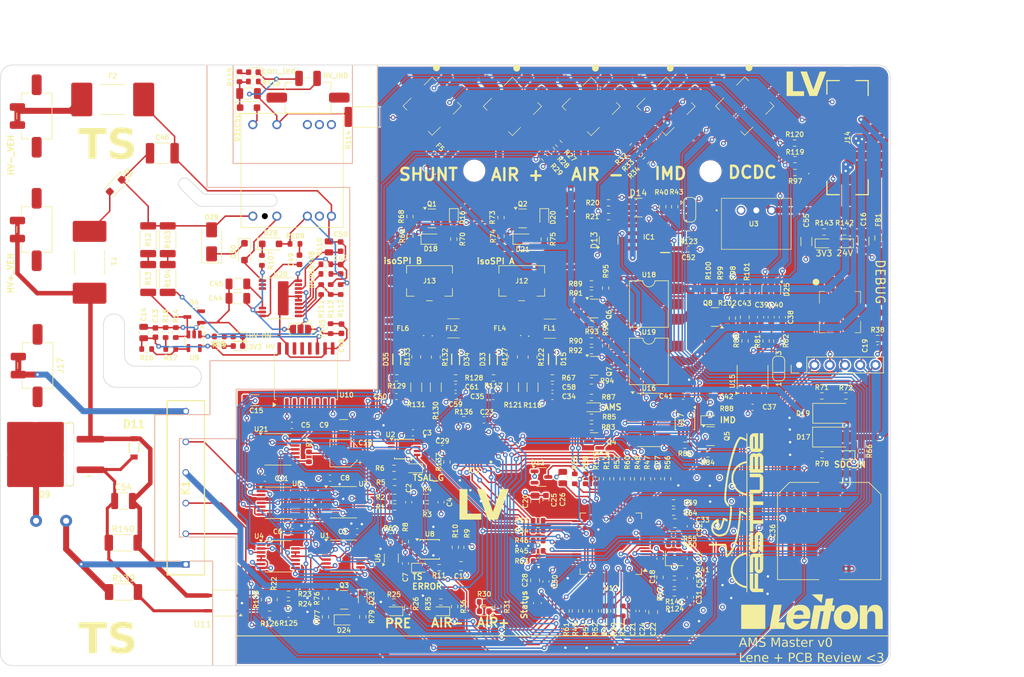
<source format=kicad_pcb>
(kicad_pcb
	(version 20240108)
	(generator "pcbnew")
	(generator_version "8.0")
	(general
		(thickness 1.6)
		(legacy_teardrops no)
	)
	(paper "A4")
	(layers
		(0 "F.Cu" signal)
		(1 "In1.Cu" signal)
		(2 "In2.Cu" signal)
		(31 "B.Cu" signal)
		(32 "B.Adhes" user "B.Adhesive")
		(33 "F.Adhes" user "F.Adhesive")
		(34 "B.Paste" user)
		(35 "F.Paste" user)
		(36 "B.SilkS" user "B.Silkscreen")
		(37 "F.SilkS" user "F.Silkscreen")
		(38 "B.Mask" user)
		(39 "F.Mask" user)
		(40 "Dwgs.User" user "User.Drawings")
		(41 "Cmts.User" user "User.Comments")
		(42 "Eco1.User" user "User.Eco1")
		(43 "Eco2.User" user "User.Eco2")
		(44 "Edge.Cuts" user)
		(45 "Margin" user)
		(46 "B.CrtYd" user "B.Courtyard")
		(47 "F.CrtYd" user "F.Courtyard")
		(48 "B.Fab" user)
		(49 "F.Fab" user)
		(50 "User.1" user)
		(51 "User.2" user)
		(52 "User.3" user)
		(53 "User.4" user)
		(54 "User.5" user)
		(55 "User.6" user)
		(56 "User.7" user)
		(57 "User.8" user)
		(58 "User.9" user)
	)
	(setup
		(stackup
			(layer "F.SilkS"
				(type "Top Silk Screen")
			)
			(layer "F.Paste"
				(type "Top Solder Paste")
			)
			(layer "F.Mask"
				(type "Top Solder Mask")
				(thickness 0.01)
			)
			(layer "F.Cu"
				(type "copper")
				(thickness 0.035)
			)
			(layer "dielectric 1"
				(type "prepreg")
				(thickness 0.1)
				(material "FR4")
				(epsilon_r 4.5)
				(loss_tangent 0.02)
			)
			(layer "In1.Cu"
				(type "copper")
				(thickness 0.035)
			)
			(layer "dielectric 2"
				(type "core")
				(thickness 1.24)
				(material "FR4")
				(epsilon_r 4.5)
				(loss_tangent 0.02)
			)
			(layer "In2.Cu"
				(type "copper")
				(thickness 0.035)
			)
			(layer "dielectric 3"
				(type "prepreg")
				(thickness 0.1)
				(material "FR4")
				(epsilon_r 4.5)
				(loss_tangent 0.02)
			)
			(layer "B.Cu"
				(type "copper")
				(thickness 0.035)
			)
			(layer "B.Mask"
				(type "Bottom Solder Mask")
				(thickness 0.01)
			)
			(layer "B.Paste"
				(type "Bottom Solder Paste")
			)
			(layer "B.SilkS"
				(type "Bottom Silk Screen")
			)
			(copper_finish "None")
			(dielectric_constraints no)
		)
		(pad_to_mask_clearance 0)
		(allow_soldermask_bridges_in_footprints no)
		(pcbplotparams
			(layerselection 0x00010fc_ffffffff)
			(plot_on_all_layers_selection 0x0000000_00000000)
			(disableapertmacros no)
			(usegerberextensions no)
			(usegerberattributes yes)
			(usegerberadvancedattributes yes)
			(creategerberjobfile yes)
			(dashed_line_dash_ratio 12.000000)
			(dashed_line_gap_ratio 3.000000)
			(svgprecision 4)
			(plotframeref no)
			(viasonmask no)
			(mode 1)
			(useauxorigin no)
			(hpglpennumber 1)
			(hpglpenspeed 20)
			(hpglpendiameter 15.000000)
			(pdf_front_fp_property_popups yes)
			(pdf_back_fp_property_popups yes)
			(dxfpolygonmode yes)
			(dxfimperialunits yes)
			(dxfusepcbnewfont yes)
			(psnegative no)
			(psa4output no)
			(plotreference yes)
			(plotvalue yes)
			(plotfptext yes)
			(plotinvisibletext no)
			(sketchpadsonfab no)
			(subtractmaskfromsilk no)
			(outputformat 1)
			(mirror no)
			(drillshape 1)
			(scaleselection 1)
			(outputdirectory "")
		)
	)
	(net 0 "")
	(net 1 "GND")
	(net 2 "+3V3")
	(net 3 "Net-(U8-~{PRE})")
	(net 4 "Net-(U8-~{CLR})")
	(net 5 "/TSAL/HV_Active_Detection/3V3_HV")
	(net 6 "HV-_Vehicle_Side")
	(net 7 "Net-(C17-Pad2)")
	(net 8 "/MCU/RCC_OSC_OUT")
	(net 9 "/MCU/NRST")
	(net 10 "Net-(C26-Pad2)")
	(net 11 "Net-(C28-Pad2)")
	(net 12 "Net-(J10-Pin_4)")
	(net 13 "/MCU/LV_I_measure")
	(net 14 "/CAN_Transceiver/CarCAN_HIGH")
	(net 15 "/CAN_Transceiver/V_{ref}")
	(net 16 "Net-(Q8-G)")
	(net 17 "Net-(JP2-B)")
	(net 18 "Net-(U20-INTVcc)")
	(net 19 "HV+_Vehicle_Side_Fused")
	(net 20 "Net-(C47-Pad1)")
	(net 21 "/HV_Indicator/ENABLE")
	(net 22 "Net-(C49-Pad1)")
	(net 23 "Net-(U20-DCM)")
	(net 24 "Net-(U20-SOURCE)")
	(net 25 "Net-(D32-K)")
	(net 26 "Net-(D31-K)")
	(net 27 "Net-(D1-A)")
	(net 28 "Net-(D2-A)")
	(net 29 "/TSAL/HV_Active_Detection/HV_1")
	(net 30 "Net-(D4-K)")
	(net 31 "Net-(D5-A)")
	(net 32 "Net-(D6-A)")
	(net 33 "/MCU/Precharge_Closed")
	(net 34 "Net-(D7-A)")
	(net 35 "Net-(D8-A)")
	(net 36 "/MCU/AIR+_Closed")
	(net 37 "Net-(D9-A)")
	(net 38 "/MCU/AIR-_Closed")
	(net 39 "Net-(D19-A)")
	(net 40 "Net-(D16-A)")
	(net 41 "/Relay_Driver/Relay_2")
	(net 42 "/Relay_0")
	(net 43 "/MCU/TEMP_TSDCDC")
	(net 44 "/Relay_Driver/Relay_3")
	(net 45 "Net-(D20-A)")
	(net 46 "Net-(D22-A)")
	(net 47 "Net-(D23-A)")
	(net 48 "/Relay_Driver/Relay_4")
	(net 49 "Net-(D26-A)")
	(net 50 "Net-(D27-A)")
	(net 51 "Net-(D28-K)")
	(net 52 "Net-(D28-A)")
	(net 53 "Net-(D29-A1)")
	(net 54 "Net-(D30-A)")
	(net 55 "Net-(D31-A)")
	(net 56 "Net-(D32-A)")
	(net 57 "/CAN_Transceiver/CarCAN_LOW")
	(net 58 "/IO/IMD_M")
	(net 59 "+24V")
	(net 60 "Net-(J14-Pin_2)")
	(net 61 "unconnected-(IC1-IS-Pad4)")
	(net 62 "Net-(IC1-DEN)")
	(net 63 "unconnected-(IC1-NC-Pad5)")
	(net 64 "/IO/IMD_Power")
	(net 65 "Net-(U12-PB15)")
	(net 66 "/IO/TSAL_GREEN")
	(net 67 "/MCU/~{AMS_ERROR_LED}")
	(net 68 "/MCU/~{IMD_ERROR_LED}")
	(net 69 "Net-(J14-Pin_3)")
	(net 70 "Net-(J14-Pin_5)")
	(net 71 "/MCU/Trace_SWO")
	(net 72 "/MCU/SWDIO_1")
	(net 73 "/MCU/SWCLK_1")
	(net 74 "Net-(JP1-C)")
	(net 75 "Net-(JP2-C)")
	(net 76 "Net-(JP3-C)")
	(net 77 "Net-(Q1-G)")
	(net 78 "Net-(Q2-G)")
	(net 79 "Net-(Q3-G)")
	(net 80 "/SDC_Latching/~{AMS_Error}")
	(net 81 "Net-(Q4-D)")
	(net 82 "/SDC_Latching/~{IMD_Error}")
	(net 83 "Net-(Q5-D)")
	(net 84 "Net-(Q6-G)")
	(net 85 "Net-(Q6-D)")
	(net 86 "Net-(Q7-D)")
	(net 87 "Net-(Q7-G)")
	(net 88 "Net-(Q8-D)")
	(net 89 "Net-(Q8-S)")
	(net 90 "/TSAL/Comp_Ref_Low")
	(net 91 "/TSAL/Comp_Ref_Closed")
	(net 92 "/TSAL/Relay_State_Detection/~{Short}")
	(net 93 "/TSAL/~{TS_Error}")
	(net 94 "Net-(U8-C)")
	(net 95 "/MCU/TS_Error")
	(net 96 "Net-(R12-Pad2)")
	(net 97 "Net-(U9--)")
	(net 98 "Net-(R17-Pad2)")
	(net 99 "Net-(U10-IND)")
	(net 100 "/Relay_Driver/aux_out0")
	(net 101 "/Relay_Driver/aux_in0")
	(net 102 "/Relay_Driver/aux_out1")
	(net 103 "/Relay_Driver/aux_in1")
	(net 104 "/Relay_Driver/aux_out2")
	(net 105 "/Relay_Driver/aux_in2")
	(net 106 "/MCU/SDC_closed")
	(net 107 "Net-(U12-PC9)")
	(net 108 "Net-(U12-BOOT0)")
	(net 109 "/MCU/Status_LED_R")
	(net 110 "Net-(D37-A)")
	(net 111 "/MCU/Status_LED_G")
	(net 112 "Net-(U12-PC2)")
	(net 113 "/MCU/Status_LED_B")
	(net 114 "Net-(U12-PA3)")
	(net 115 "Net-(U12-PA7)")
	(net 116 "Net-(U12-PB0)")
	(net 117 "Net-(U12-PA2)")
	(net 118 "Net-(U12-PA6)")
	(net 119 "Net-(U12-PA14)")
	(net 120 "Net-(U12-PA1)")
	(net 121 "/MCU/HV_Active")
	(net 122 "Net-(U12-PA13)")
	(net 123 "Net-(U12-PA0)")
	(net 124 "/MCU/AIR+_Control")
	(net 125 "/MCU/AIR-_Control")
	(net 126 "/MCU/Precharge_Control")
	(net 127 "Net-(U15-Rs)")
	(net 128 "Net-(U16A-C)")
	(net 129 "Net-(U16B-C)")
	(net 130 "Net-(U16A-Q)")
	(net 131 "Net-(U16B-Q)")
	(net 132 "Net-(U16A-~{Q})")
	(net 133 "Net-(U16B-~{Q})")
	(net 134 "Net-(R95-Pad2)")
	(net 135 "Net-(R96-Pad2)")
	(net 136 "/SDC_Latching/Reset_Signal")
	(net 137 "Net-(R103-Pad2)")
	(net 138 "Net-(U20-Vc)")
	(net 139 "Net-(U20-IREG{slash}SS)")
	(net 140 "Net-(U20-TC)")
	(net 141 "Net-(U20-FB)")
	(net 142 "Net-(J8-Pin_2)")
	(net 143 "/TSAL/Mismatch_Relay_2")
	(net 144 "/TSAL/Mismatch_Relay_1")
	(net 145 "Net-(U1-Pad11)")
	(net 146 "/TSAL/AIRs_Closed")
	(net 147 "/TSAL/Mismatch_Relay_3")
	(net 148 "/TSAL/HV_Inactive")
	(net 149 "/TSAL/TS_OK")
	(net 150 "Net-(U2-Pad1)")
	(net 151 "/TSAL/Relay_Mismatch")
	(net 152 "unconnected-(U5-Pad14)")
	(net 153 "unconnected-(U5-Pad13)")
	(net 154 "/TSAL/HV_Mismatch")
	(net 155 "unconnected-(U10-OUTA-Pad14)")
	(net 156 "unconnected-(U10-INB-Pad4)")
	(net 157 "unconnected-(U10-INC-Pad12)")
	(net 158 "unconnected-(U10-INA-Pad3)")
	(net 159 "unconnected-(U10-OUTB-Pad13)")
	(net 160 "unconnected-(U10-OUTC-Pad5)")
	(net 161 "unconnected-(U10-NC-Pad7)")
	(net 162 "unconnected-(U12-PD2-Pad54)")
	(net 163 "unconnected-(U12-PC10-Pad51)")
	(net 164 "unconnected-(U12-PC12-Pad53)")
	(net 165 "/TSAL/HV_Active_Detection/-HV_1")
	(net 166 "Net-(FL1-Pad4)")
	(net 167 "Net-(FL1-Pad3)")
	(net 168 "unconnected-(U12-PC14-Pad3)")
	(net 169 "Net-(FL1-Pad2)")
	(net 170 "unconnected-(U12-PC11-Pad52)")
	(net 171 "Net-(FL1-Pad1)")
	(net 172 "Net-(FL2-Pad4)")
	(net 173 "Net-(FL2-Pad2)")
	(net 174 "unconnected-(U12-PC13-Pad2)")
	(net 175 "unconnected-(U12-PC15-Pad4)")
	(net 176 "Net-(FL2-Pad3)")
	(net 177 "/IO/IMD_VCC")
	(net 178 "/SDC_Latching/IMD_Latch_Reset")
	(net 179 "/SDC_Latching/AMS_Latch_Reset")
	(net 180 "/SDC_Latching/SDC_1")
	(net 181 "unconnected-(U18-Pad3)")
	(net 182 "Net-(U18-Pad5)")
	(net 183 "/IO/SDC_OUT")
	(net 184 "unconnected-(U19-Pad3)")
	(net 185 "/TSAL/Relay_Connection_Error")
	(net 186 "/IO/Reset_Button_Out")
	(net 187 "/CAN_Transceiver/CarCAN_RX")
	(net 188 "Net-(FL2-Pad1)")
	(net 189 "Net-(J12-Pin_1)")
	(net 190 "/CAN_Transceiver/CarCAN_TX")
	(net 191 "Net-(J12-Pin_2)")
	(net 192 "Net-(J13-Pin_1)")
	(net 193 "Net-(J13-Pin_2)")
	(net 194 "/MCU/WAKE2")
	(net 195 "/MCU/MSTR1")
	(net 196 "/MCU/SPI1_MISO")
	(net 197 "/MCU/SPI1_SCK")
	(net 198 "/MCU/WAKE1")
	(net 199 "/MCU/INTR1")
	(net 200 "/MCU/IMB")
	(net 201 "Net-(IC2-XCVRMD2)")
	(net 202 "Net-(IC2-XCVRMD)")
	(net 203 "/MCU/SPI2_SCK")
	(net 204 "/MCU/SPI1_NSS")
	(net 205 "/MCU/IPB")
	(net 206 "/MCU/MSTR2")
	(net 207 "/MCU/IPA")
	(net 208 "/MCU/INTR2")
	(net 209 "/MCU/SPI2_MISO")
	(net 210 "/MCU/SPI1_MOSI")
	(net 211 "/MCU/SPI2_NSS")
	(net 212 "/MCU/SPI2_MOSI")
	(net 213 "/MCU/IMA")
	(net 214 "/MCU/RCC_OSC_IN")
	(net 215 "Net-(U12-PC3)")
	(net 216 "Net-(U12-PA5)")
	(net 217 "Net-(U12-PC4)")
	(net 218 "Net-(U12-PB4)")
	(net 219 "Net-(U12-PC5)")
	(net 220 "Net-(U12-PA4)")
	(net 221 "Net-(U12-PB12)")
	(net 222 "Net-(U12-PB14)")
	(net 223 "Net-(U12-PA12)")
	(net 224 "Net-(U12-PB5)")
	(net 225 "Net-(C58-Pad1)")
	(net 226 "Net-(C61-Pad1)")
	(net 227 "Net-(D15-A2)")
	(net 228 "Net-(D34-A2)")
	(net 229 "unconnected-(U20-N.C.-Pad19)")
	(net 230 "Net-(U12-PA15)")
	(net 231 "Net-(D33-A2)")
	(net 232 "Net-(D35-A2)")
	(net 233 "/MCU/AMS_NERROR")
	(net 234 "Net-(D36-A)")
	(net 235 "Net-(D11-K)")
	(net 236 "/Relay_Driver/Precharge/HV+_Akku")
	(net 237 "Net-(K1-Pad2)")
	(net 238 "Net-(K1-Pad8)")
	(net 239 "Net-(Q9-D)")
	(net 240 "Net-(R126-Pad2)")
	(net 241 "HV+_VEH")
	(net 242 "Net-(U12-PB1)")
	(net 243 "Net-(J4-Pin_4)")
	(net 244 "Net-(J4-Pin_3)")
	(net 245 "/Relay_Driver/SDC_Relay")
	(footprint "Resistor_SMD:R_1206_3216Metric" (layer "F.Cu") (at 123.65 92.35 -90))
	(footprint "FaSTTUBe_connectors:Micro_Mate-N-Lok_2x2p_vertical" (layer "F.Cu") (at 149.5 45.6 135))
	(footprint "Resistor_SMD:R_0603_1608Metric" (layer "F.Cu") (at 165.7 66.85 180))
	(footprint "Resistor_SMD:R_0805_2012Metric" (layer "F.Cu") (at 136.5 87.3 90))
	(footprint "Capacitor_SMD:C_0603_1608Metric" (layer "F.Cu") (at 166 127.3 -90))
	(footprint "Resistor_SMD:R_0603_1608Metric" (layer "F.Cu") (at 143.05 90.8 180))
	(footprint "Capacitor_SMD:C_0603_1608Metric" (layer "F.Cu") (at 181.3 80.7 90))
	(footprint "Resistor_SMD:R_2010_5025Metric" (layer "F.Cu") (at 79.05 74.25 -90))
	(footprint "Package_TO_SOT_SMD:SOT-23" (layer "F.Cu") (at 138.1 64.25))
	(footprint "MountingHole:MountingHole_3.2mm_M3" (layer "F.Cu") (at 63.85 56.25 -90))
	(footprint "Master:WCAP-ASLI_16" (layer "F.Cu") (at 189.1 116.3 90))
	(footprint "Capacitor_SMD:C_0603_1608Metric" (layer "F.Cu") (at 176.35 95.7 180))
	(footprint "Capacitor_SMD:C_0805_2012Metric" (layer "F.Cu") (at 75.05 83.25 90))
	(footprint "Capacitor_SMD:C_0603_1608Metric" (layer "F.Cu") (at 166 124.15 90))
	(footprint "Resistor_SMD:R_0603_1608Metric" (layer "F.Cu") (at 149.6 81.8))
	(footprint "Capacitor_SMD:C_0603_1608Metric" (layer "F.Cu") (at 141.974999 111.15 90))
	(footprint "Capacitor_SMD:C_0603_1608Metric" (layer "F.Cu") (at 99.15 130.15 180))
	(footprint "Package_TO_SOT_SMD:SOT-353_SC-70-5_Handsoldering" (layer "F.Cu") (at 116.25 120.8 90))
	(footprint "Resistor_SMD:R_0603_1608Metric" (layer "F.Cu") (at 151.724999 129.6 -90))
	(footprint "FaSTTUBe_connectors:Micro_Mate-N-Lok_2x5p_vertical" (layer "F.Cu") (at 192.15 50.8 -90))
	(footprint "Resistor_SMD:R_0603_1608Metric" (layer "F.Cu") (at 140.674999 114.575 180))
	(footprint "Resistor_SMD:R_0603_1608Metric" (layer "F.Cu") (at 134.5 64.1 90))
	(footprint "LED_SMD:LED_0603_1608Metric" (layer "F.Cu") (at 90.7375 85.5 180))
	(footprint "Diode_SMD:D_SOD-123F" (layer "F.Cu") (at 92.5 45.8))
	(footprint "Resistor_SMD:R_0603_1608Metric" (layer "F.Cu") (at 124.48125 128.11))
	(footprint "Package_SO:SOIC-14_3.9x8.7mm_P1.27mm" (layer "F.Cu") (at 159.1 97.8))
	(footprint "LED_SMD:LED_0603_1608Metric" (layer "F.Cu") (at 93.3 39.9 180))
	(footprint "Capacitor_SMD:C_1206_3216Metric" (layer "F.Cu") (at 90.725 77.55))
	(footprint "Resistor_SMD:R_0603_1608Metric" (layer "F.Cu") (at 105.375 73.4875))
	(footprint "Capacitor_SMD:C_0805_2012Metric" (layer "F.Cu") (at 175.05 80.7 -90))
	(footprint "Capacitor_SMD:C_1206_3216Metric" (layer "F.Cu") (at 90.725 75.15))
	(footprint "Resistor_SMD:R_0603_1608Metric" (layer "F.Cu") (at 116.8 112.3 180))
	(footprint "LED_SMD:LED_0603_1608Metric" (layer "F.Cu") (at 90.7375 83.9 180))
	(footprint "Resistor_SMD:R_0603_1608Metric" (layer "F.Cu") (at 140.674999 116.225 180))
	(footprint "Capacitor_SMD:C_0603_1608Metric" (layer "F.Cu") (at 164.8 93.85))
	(footprint "Resistor_SMD:R_0603_1608Metric" (layer "F.Cu") (at 163.35 123.25 180))
	(footprint "Resistor_SMD:R_0603_1608Metric" (layer "F.Cu") (at 122.225 112.3))
	(footprint "Master:SOD2613X114N" (layer "F.Cu") (at 143.05 87.7 -90))
	(footprint "Resistor_SMD:R_0603_1608Metric"
		(layer "F.Cu")
		(uuid "198b0f73-c9ca-4705-99e0-7bc76a62a529")
		(at 144.1 51.8 -45)
		(descr "Resistor SMD 0603 (1608 Metric), square (rectangular) end terminal, IPC_7351 nominal, (Body size source: IPC-SM-782 page 72, https://www.pcb-3d.com/wordpress/wp-content/uploads/ipc-sm-782a_amendment_1_and_2.pdf), generated with kicad-footprint-generator")
		(tags "resistor")
		(property "Reference" "R27"
			(at 2.757716 0.070711 135)
			(layer "F.SilkS")
			(uuid "2b953f5d-3d52-4764-816b-a282f4271280")
			(effects
				(font
					(size 0.8 0.8)
					(thickness 0.15)
				)
			)
		)
		(property "Value" "120"
			(at 0 1.43 135)
			(layer "F.Fab")
			(uuid "c99c9fbd-c256-45b2-9dc7-9ce618a43259")
			(effects
				(font
					(size 1 1)
					(thickness 0.15)
				)
			)
		)
		(property "Footprint" "Resistor_SMD:R_0603_1608Metric"
			(at 0 0 -45)
			(unlocked yes)
			(layer "F.Fab")
			(hide yes)
			(uuid "ada7e9dd-c8e3-4ce9-8dcc-20a966b4d3ac")
			(effects
				(font
					(size 1.27 1.27)
				)
			)
		)
		(property "Datasheet" ""
			(at 0 0 -45)
			(unlocked yes)
			(layer "F.Fab")
			(hide yes)
			(uuid "8173d614-8a93-4581-a3b1-7d48e6e56cc2")
			(effects
				(font
					(size 1.27 1.27)
				)
			)
		)
		(property "Description" "Resistor"
			(at 0 0 -45)
			(unlocked yes)
			(layer "F.Fab")
			(hide yes)
			(uuid "9a3b1d48-2eb8-4565-9301-da4eb6f2c424")
			(effects
				(font
					(size 1.27 1.27)
				)
			)
		)
		(property ki_fp_filters "R_*")
		(path "/5ce1aa0c-f98f-4b94-80bd-f188cf4c57de/e649f750-43fb-4736-9da9-c800ce3f6889/5d98537b-1064-421a-8631-9a73bc20a1f5")
		(sheetname "Relay_State_Detection1")
		(sheetfile "Relay_State_Detection.kicad_sch")
		(attr smd)
		(fp_line
			(start -0.237258 0.5225)
			(end 0.237258 0.5225)
			(stroke
				(width 0.12)
				(type solid)
			)
			(layer "F.SilkS")
			(uuid "09ac7a76-12d8-4b00-bb74-17abd1b4d886")
		)
		(fp_line
			(start -0.237258 -0.5225)
			(end 0.237258 -0.5225)
			(stroke
				(width 0.12)
				(type solid)
			)
			(layer "F.SilkS")
			(uuid "d549a9fc-4670-44af-9c49-8f0943c23ff9")
		)
		(fp_line
			(start -1.48 0.73)
			(end -1.48 -0.73)
			(stroke
				(width 0.05)
				(type solid)
			)
			(layer "F.CrtYd")
			(uuid "f568fa98-5801-4db3-bf2f-3dbf6ec1af7c")
		)
		(fp_line
			(start -1.48 -0.73)
			(end 1.48 -0.73)
			(stroke
				(width 0.05)
				(type solid)
			)
			(layer "F.CrtYd")
			(uuid "283adc5f-6304-49c4-9d68-285df47f1d36")
		)
		(fp_line
			(start 1.48 0.73)
			(end -1.48 0.73)
			(stroke
				(width 0.05)
				(type solid)
			)
			(layer "F.CrtYd")
			(uuid "4e99c24e-4e8b-40f4-941b-bc0d4f844b3e")
		)
		(fp_line
			(start 1.48 -0.73)
			(end 1.48 0.73)
			(stroke
				(width 0.05)
				(type solid)
			)
			(layer "F.CrtYd")
			(uuid "aca13e37-f9ca-4579-bbee-8db4a290cb42")
		)
		(fp_line
			(start -0.8 0.4125)
			(end -0.8 -0.4125)
			(stroke
				(width 0.1)
				(type solid)
			)
			(layer "F.Fab")
			(uuid "6410d235-f9a0-4fdb-87c7-b1839a801cdf")
		)
		(fp_line
			(start -0.8 -0.4125)
			(end 0.8 -0.4125)
			(stroke
				(width 0.1)
				(type solid)
			)
			(layer "F.Fab")
			(uuid "1f7d09bb-16f6-4899-bcc0-2f097901d92a")
		)
		(fp_line
			(start 0.8 0.4125)
			(end -0.8 0.4125)
			(stroke
				(width 0.1)
				(type solid)
			)
			(layer "F.Fab")
			(uuid "30fcdc39-f22e-4811-87a9-0661ef417654")
		)
		(fp_line
			(start 0.8 -0.4125)
			(end 0.8 0.4125)
			(stroke
				(width 0.1)
				(type solid)
			)
			(layer "F.Fab")
			(uuid "74c10b7a-f0db-4d21-9a1d-a3e5edde0316")
		)
		(fp_text user "${REFERENCE}"
			(at 0 0 135)
			(layer "F.Fab")
			(uuid "6e0ae320-c37c-4e03-bf0a-1e6eae1645d8")
			(effects
				(font
					(size 0.4 0.4)
					(thickness 0.06)
				)
			)
		)
		(pad "1" smd roundrect
			(at -0.825 0 315)
			(size 0.8 0.95)
			(layers "F.Cu" "F.Paste" "F.Mask")
			(roundrect_rratio 0.25)
			(net 102 "/Relay_Driver/aux_out1")
			(pintype "passive")
			(uuid "2b4cda9c-ee
... [3607636 chars truncated]
</source>
